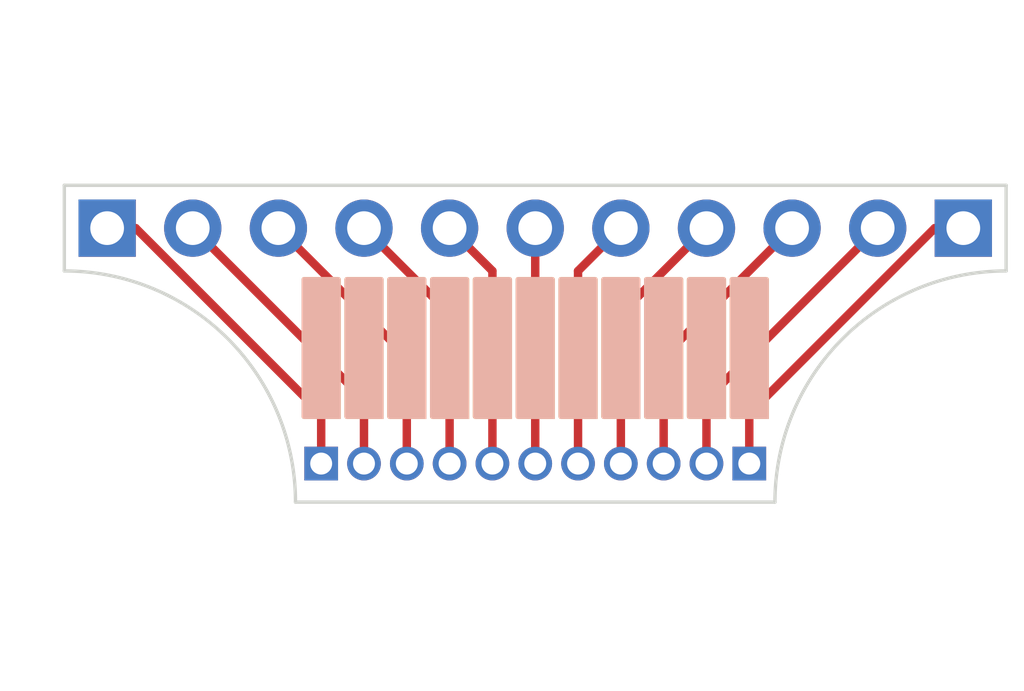
<source format=kicad_pcb>
(kicad_pcb (version 20171130) (host pcbnew "(5.0.0-3-g5ebb6b6)")

  (general
    (thickness 1.6)
    (drawings 28)
    (tracks 23)
    (zones 0)
    (modules 2)
    (nets 12)
  )

  (page A4)
  (layers
    (0 F.Cu signal)
    (31 B.Cu signal)
    (32 B.Adhes user)
    (33 F.Adhes user)
    (34 B.Paste user)
    (35 F.Paste user)
    (36 B.SilkS user)
    (37 F.SilkS user)
    (38 B.Mask user)
    (39 F.Mask user)
    (40 Dwgs.User user)
    (41 Cmts.User user)
    (42 Eco1.User user)
    (43 Eco2.User user)
    (44 Edge.Cuts user)
    (45 Margin user)
    (46 B.CrtYd user)
    (47 F.CrtYd user)
    (48 B.Fab user)
    (49 F.Fab user)
  )

  (setup
    (last_trace_width 0.25)
    (trace_clearance 0.2)
    (zone_clearance 0.508)
    (zone_45_only no)
    (trace_min 0.2)
    (segment_width 0.2)
    (edge_width 0.1)
    (via_size 0.8)
    (via_drill 0.4)
    (via_min_size 0.4)
    (via_min_drill 0.3)
    (uvia_size 0.3)
    (uvia_drill 0.1)
    (uvias_allowed no)
    (uvia_min_size 0.2)
    (uvia_min_drill 0.1)
    (pcb_text_width 0.3)
    (pcb_text_size 1.5 1.5)
    (mod_edge_width 0.15)
    (mod_text_size 1 1)
    (mod_text_width 0.15)
    (pad_size 1.7 1.7)
    (pad_drill 1)
    (pad_to_mask_clearance 0.0508)
    (aux_axis_origin 0 0)
    (visible_elements FFFFFF7F)
    (pcbplotparams
      (layerselection 0x010fc_ffffffff)
      (usegerberextensions false)
      (usegerberattributes false)
      (usegerberadvancedattributes false)
      (creategerberjobfile false)
      (excludeedgelayer true)
      (linewidth 0.100000)
      (plotframeref false)
      (viasonmask false)
      (mode 1)
      (useauxorigin false)
      (hpglpennumber 1)
      (hpglpenspeed 20)
      (hpglpendiameter 15.000000)
      (psnegative false)
      (psa4output false)
      (plotreference true)
      (plotvalue true)
      (plotinvisibletext false)
      (padsonsilk false)
      (subtractmaskfromsilk false)
      (outputformat 1)
      (mirror false)
      (drillshape 1)
      (scaleselection 1)
      (outputdirectory ""))
  )

  (net 0 "")
  (net 1 "Net-(J1-Pad1)")
  (net 2 "Net-(J1-Pad2)")
  (net 3 "Net-(J1-Pad3)")
  (net 4 "Net-(J1-Pad4)")
  (net 5 "Net-(J1-Pad5)")
  (net 6 "Net-(J1-Pad6)")
  (net 7 "Net-(J1-Pad7)")
  (net 8 "Net-(J1-Pad8)")
  (net 9 "Net-(J1-Pad9)")
  (net 10 "Net-(J1-Pad10)")
  (net 11 "Net-(J1-Pad11)")

  (net_class Default "This is the default net class."
    (clearance 0.2)
    (trace_width 0.25)
    (via_dia 0.8)
    (via_drill 0.4)
    (uvia_dia 0.3)
    (uvia_drill 0.1)
    (add_net "Net-(J1-Pad1)")
    (add_net "Net-(J1-Pad10)")
    (add_net "Net-(J1-Pad11)")
    (add_net "Net-(J1-Pad2)")
    (add_net "Net-(J1-Pad3)")
    (add_net "Net-(J1-Pad4)")
    (add_net "Net-(J1-Pad5)")
    (add_net "Net-(J1-Pad6)")
    (add_net "Net-(J1-Pad7)")
    (add_net "Net-(J1-Pad8)")
    (add_net "Net-(J1-Pad9)")
  )

  (module Connector_PinHeader_1.27mm:PinHeader_1x11_P1.27mm_Vertical (layer F.Cu) (tedit 5B94CFF7) (tstamp 5BAB0C98)
    (at 153.67 90.805 270)
    (descr "Through hole straight pin header, 1x11, 1.27mm pitch, single row")
    (tags "Through hole pin header THT 1x11 1.27mm single row")
    (path /5B94CACD)
    (fp_text reference J1 (at 0 -1.695 270) (layer F.SilkS) hide
      (effects (font (size 1 1) (thickness 0.15)))
    )
    (fp_text value Conn_01x11_Male (at 0 14.395 270) (layer F.Fab)
      (effects (font (size 1 1) (thickness 0.15)))
    )
    (fp_line (start -0.525 -0.635) (end 1.05 -0.635) (layer F.Fab) (width 0.1))
    (fp_line (start 1.05 -0.635) (end 1.05 13.335) (layer F.Fab) (width 0.1))
    (fp_line (start 1.05 13.335) (end -1.05 13.335) (layer F.Fab) (width 0.1))
    (fp_line (start -1.05 13.335) (end -1.05 -0.11) (layer F.Fab) (width 0.1))
    (fp_line (start -1.05 -0.11) (end -0.525 -0.635) (layer F.Fab) (width 0.1))
    (fp_line (start -1.55 -1.15) (end -1.55 13.85) (layer F.CrtYd) (width 0.05))
    (fp_line (start -1.55 13.85) (end 1.55 13.85) (layer F.CrtYd) (width 0.05))
    (fp_line (start 1.55 13.85) (end 1.55 -1.15) (layer F.CrtYd) (width 0.05))
    (fp_line (start 1.55 -1.15) (end -1.55 -1.15) (layer F.CrtYd) (width 0.05))
    (fp_text user %R (at 0 6.35) (layer F.Fab)
      (effects (font (size 1 1) (thickness 0.15)))
    )
    (pad 1 thru_hole rect (at 0 0 270) (size 1 1) (drill 0.65) (layers *.Cu *.Mask)
      (net 1 "Net-(J1-Pad1)"))
    (pad 2 thru_hole oval (at 0 1.27 270) (size 1 1) (drill 0.65) (layers *.Cu *.Mask)
      (net 2 "Net-(J1-Pad2)"))
    (pad 3 thru_hole oval (at 0 2.54 270) (size 1 1) (drill 0.65) (layers *.Cu *.Mask)
      (net 3 "Net-(J1-Pad3)"))
    (pad 4 thru_hole oval (at 0 3.81 270) (size 1 1) (drill 0.65) (layers *.Cu *.Mask)
      (net 4 "Net-(J1-Pad4)"))
    (pad 5 thru_hole oval (at 0 5.08 270) (size 1 1) (drill 0.65) (layers *.Cu *.Mask)
      (net 5 "Net-(J1-Pad5)"))
    (pad 6 thru_hole oval (at 0 6.35 270) (size 1 1) (drill 0.65) (layers *.Cu *.Mask)
      (net 6 "Net-(J1-Pad6)"))
    (pad 7 thru_hole oval (at 0 7.62 270) (size 1 1) (drill 0.65) (layers *.Cu *.Mask)
      (net 7 "Net-(J1-Pad7)"))
    (pad 8 thru_hole oval (at 0 8.89 270) (size 1 1) (drill 0.65) (layers *.Cu *.Mask)
      (net 8 "Net-(J1-Pad8)"))
    (pad 9 thru_hole oval (at 0 10.16 270) (size 1 1) (drill 0.65) (layers *.Cu *.Mask)
      (net 9 "Net-(J1-Pad9)"))
    (pad 10 thru_hole oval (at 0 11.43 270) (size 1 1) (drill 0.65) (layers *.Cu *.Mask)
      (net 10 "Net-(J1-Pad10)"))
    (pad 11 thru_hole rect (at 0 12.7 270) (size 1 1) (drill 0.65) (layers *.Cu *.Mask)
      (net 11 "Net-(J1-Pad11)"))
    (model ${KISYS3DMOD}/Connector_PinHeader_1.27mm.3dshapes/PinHeader_1x11_P1.27mm_Vertical.wrl
      (at (xyz 0 0 0))
      (scale (xyz 1 1 1))
      (rotate (xyz 0 0 0))
    )
  )

  (module Connector_PinHeader_2.54mm:PinHeader_1x11_P2.54mm_Vertical (layer F.Cu) (tedit 5B94CFB7) (tstamp 5BAB0CB7)
    (at 160.02 83.82 270)
    (descr "Through hole straight pin header, 1x11, 2.54mm pitch, single row")
    (tags "Through hole pin header THT 1x11 2.54mm single row")
    (path /5B94CB04)
    (fp_text reference J2 (at 0 -2.33 270) (layer F.SilkS) hide
      (effects (font (size 1 1) (thickness 0.15)))
    )
    (fp_text value Conn_01x11_Male (at 0 27.73 270) (layer F.Fab)
      (effects (font (size 1 1) (thickness 0.15)))
    )
    (fp_line (start -0.635 -1.27) (end 1.27 -1.27) (layer F.Fab) (width 0.1))
    (fp_line (start 1.27 -1.27) (end 1.27 26.67) (layer F.Fab) (width 0.1))
    (fp_line (start 1.27 26.67) (end -1.27 26.67) (layer F.Fab) (width 0.1))
    (fp_line (start -1.27 26.67) (end -1.27 -0.635) (layer F.Fab) (width 0.1))
    (fp_line (start -1.27 -0.635) (end -0.635 -1.27) (layer F.Fab) (width 0.1))
    (fp_line (start -1.8 -1.8) (end -1.8 27.2) (layer F.CrtYd) (width 0.05))
    (fp_line (start -1.8 27.2) (end 1.8 27.2) (layer F.CrtYd) (width 0.05))
    (fp_line (start 1.8 27.2) (end 1.8 -1.8) (layer F.CrtYd) (width 0.05))
    (fp_line (start 1.8 -1.8) (end -1.8 -1.8) (layer F.CrtYd) (width 0.05))
    (fp_text user %R (at 0 12.7) (layer F.Fab)
      (effects (font (size 1 1) (thickness 0.15)))
    )
    (pad 1 thru_hole rect (at 0 0 270) (size 1.7 1.7) (drill 1) (layers *.Cu *.Mask)
      (net 1 "Net-(J1-Pad1)"))
    (pad 2 thru_hole oval (at 0 2.54 270) (size 1.7 1.7) (drill 1) (layers *.Cu *.Mask)
      (net 2 "Net-(J1-Pad2)"))
    (pad 3 thru_hole oval (at 0 5.08 270) (size 1.7 1.7) (drill 1) (layers *.Cu *.Mask)
      (net 3 "Net-(J1-Pad3)"))
    (pad 4 thru_hole oval (at 0 7.62 270) (size 1.7 1.7) (drill 1) (layers *.Cu *.Mask)
      (net 4 "Net-(J1-Pad4)"))
    (pad 5 thru_hole oval (at 0 10.16 270) (size 1.7 1.7) (drill 1) (layers *.Cu *.Mask)
      (net 5 "Net-(J1-Pad5)"))
    (pad 6 thru_hole oval (at 0 12.7 270) (size 1.7 1.7) (drill 1) (layers *.Cu *.Mask)
      (net 6 "Net-(J1-Pad6)"))
    (pad 7 thru_hole oval (at 0 15.24 270) (size 1.7 1.7) (drill 1) (layers *.Cu *.Mask)
      (net 7 "Net-(J1-Pad7)"))
    (pad 8 thru_hole oval (at 0 17.78 270) (size 1.7 1.7) (drill 1) (layers *.Cu *.Mask)
      (net 8 "Net-(J1-Pad8)"))
    (pad 9 thru_hole oval (at 0 20.32 270) (size 1.7 1.7) (drill 1) (layers *.Cu *.Mask)
      (net 9 "Net-(J1-Pad9)"))
    (pad 10 thru_hole oval (at 0 22.86 270) (size 1.7 1.7) (drill 1) (layers *.Cu *.Mask)
      (net 10 "Net-(J1-Pad10)"))
    (pad 11 thru_hole rect (at 0 25.4 270) (size 1.7 1.7) (drill 1) (layers *.Cu *.Mask)
      (net 11 "Net-(J1-Pad11)"))
    (model ${KISYS3DMOD}/Connector_PinHeader_2.54mm.3dshapes/PinHeader_1x11_P2.54mm_Vertical.wrl
      (at (xyz 0 0 0))
      (scale (xyz 1 1 1))
      (rotate (xyz 0 0 0))
    )
  )

  (gr_arc (start 161.29 91.948) (end 161.29 85.09) (angle -90) (layer Edge.Cuts) (width 0.1))
  (gr_arc (start 133.35 91.948) (end 140.208 91.948) (angle -90) (layer Edge.Cuts) (width 0.1))
  (gr_poly (pts (xy 153.162 89.408) (xy 154.178 89.408) (xy 154.178 85.344) (xy 153.162 85.344)) (layer B.SilkS) (width 0.15) (tstamp 5BAB1A56))
  (gr_poly (pts (xy 151.892 89.408) (xy 152.908 89.408) (xy 152.908 85.344) (xy 151.892 85.344)) (layer B.SilkS) (width 0.15) (tstamp 5BAB1A55))
  (gr_poly (pts (xy 150.622 89.408) (xy 151.638 89.408) (xy 151.638 85.344) (xy 150.622 85.344)) (layer B.SilkS) (width 0.15) (tstamp 5BAB1A54))
  (gr_poly (pts (xy 149.352 89.408) (xy 150.368 89.408) (xy 150.368 85.344) (xy 149.352 85.344)) (layer B.SilkS) (width 0.15) (tstamp 5BAB1A53))
  (gr_poly (pts (xy 148.082 89.408) (xy 149.098 89.408) (xy 149.098 85.344) (xy 148.082 85.344)) (layer B.SilkS) (width 0.15) (tstamp 5BAB1A52))
  (gr_poly (pts (xy 146.812 89.408) (xy 147.828 89.408) (xy 147.828 85.344) (xy 146.812 85.344)) (layer B.SilkS) (width 0.15) (tstamp 5BAB1A51))
  (gr_poly (pts (xy 145.542 89.408) (xy 146.558 89.408) (xy 146.558 85.344) (xy 145.542 85.344)) (layer B.SilkS) (width 0.15) (tstamp 5BAB1A50))
  (gr_poly (pts (xy 144.272 89.408) (xy 145.288 89.408) (xy 145.288 85.344) (xy 144.272 85.344)) (layer B.SilkS) (width 0.15) (tstamp 5BAB1A4F))
  (gr_poly (pts (xy 143.002 89.408) (xy 144.018 89.408) (xy 144.018 85.344) (xy 143.002 85.344)) (layer B.SilkS) (width 0.15) (tstamp 5BAB1A4E))
  (gr_poly (pts (xy 141.732 89.408) (xy 142.748 89.408) (xy 142.748 85.344) (xy 141.732 85.344)) (layer B.SilkS) (width 0.15) (tstamp 5BAB1A4D))
  (gr_poly (pts (xy 140.462 89.408) (xy 141.478 89.408) (xy 141.478 85.344) (xy 140.462 85.344)) (layer B.SilkS) (width 0.15) (tstamp 5BAB1A47))
  (gr_poly (pts (xy 153.162 89.408) (xy 154.178 89.408) (xy 154.178 85.344) (xy 153.162 85.344)) (layer F.SilkS) (width 0.15) (tstamp 5BAB1A44))
  (gr_poly (pts (xy 151.892 89.408) (xy 152.908 89.408) (xy 152.908 85.344) (xy 151.892 85.344)) (layer F.SilkS) (width 0.15) (tstamp 5BAB1A43))
  (gr_poly (pts (xy 150.622 89.408) (xy 151.638 89.408) (xy 151.638 85.344) (xy 150.622 85.344)) (layer F.SilkS) (width 0.15) (tstamp 5BAB1A42))
  (gr_poly (pts (xy 149.352 89.408) (xy 150.368 89.408) (xy 150.368 85.344) (xy 149.352 85.344)) (layer F.SilkS) (width 0.15) (tstamp 5BAB1A41))
  (gr_poly (pts (xy 148.082 89.408) (xy 149.098 89.408) (xy 149.098 85.344) (xy 148.082 85.344)) (layer F.SilkS) (width 0.15) (tstamp 5BAB1A40))
  (gr_poly (pts (xy 146.812 89.408) (xy 147.828 89.408) (xy 147.828 85.344) (xy 146.812 85.344)) (layer F.SilkS) (width 0.15) (tstamp 5BAB1A3F))
  (gr_poly (pts (xy 145.542 89.408) (xy 146.558 89.408) (xy 146.558 85.344) (xy 145.542 85.344)) (layer F.SilkS) (width 0.15) (tstamp 5BAB1A3E))
  (gr_poly (pts (xy 144.272 89.408) (xy 145.288 89.408) (xy 145.288 85.344) (xy 144.272 85.344)) (layer F.SilkS) (width 0.15) (tstamp 5BAB1A3D))
  (gr_poly (pts (xy 143.002 89.408) (xy 144.018 89.408) (xy 144.018 85.344) (xy 143.002 85.344)) (layer F.SilkS) (width 0.15) (tstamp 5BAB1A3C))
  (gr_poly (pts (xy 141.732 89.408) (xy 142.748 89.408) (xy 142.748 85.344) (xy 141.732 85.344)) (layer F.SilkS) (width 0.15) (tstamp 5BAB1A3B))
  (gr_poly (pts (xy 140.462 89.408) (xy 141.478 89.408) (xy 141.478 85.344) (xy 140.462 85.344)) (layer F.SilkS) (width 0.15))
  (gr_line (start 133.35 82.55) (end 133.35 85.09) (layer Edge.Cuts) (width 0.1))
  (gr_line (start 161.29 82.55) (end 133.35 82.55) (layer Edge.Cuts) (width 0.1))
  (gr_line (start 161.29 85.09) (end 161.29 82.55) (layer Edge.Cuts) (width 0.1))
  (gr_line (start 154.432 91.948) (end 140.208 91.948) (layer Edge.Cuts) (width 0.1))

  (segment (start 159.173379 83.82) (end 160.02 83.82) (width 0.25) (layer F.Cu) (net 1))
  (segment (start 153.67 89.323379) (end 159.173379 83.82) (width 0.25) (layer F.Cu) (net 1))
  (segment (start 153.67 90.805) (end 153.67 89.323379) (width 0.25) (layer F.Cu) (net 1))
  (segment (start 152.4 88.9) (end 157.48 83.82) (width 0.25) (layer F.Cu) (net 2))
  (segment (start 152.4 90.805) (end 152.4 88.9) (width 0.25) (layer F.Cu) (net 2))
  (segment (start 151.13 87.63) (end 154.94 83.82) (width 0.25) (layer F.Cu) (net 3))
  (segment (start 151.13 90.805) (end 151.13 87.63) (width 0.25) (layer F.Cu) (net 3))
  (segment (start 149.86 86.36) (end 152.4 83.82) (width 0.25) (layer F.Cu) (net 4))
  (segment (start 149.86 90.805) (end 149.86 86.36) (width 0.25) (layer F.Cu) (net 4))
  (segment (start 148.59 85.09) (end 149.86 83.82) (width 0.25) (layer F.Cu) (net 5))
  (segment (start 148.59 90.805) (end 148.59 85.09) (width 0.25) (layer F.Cu) (net 5))
  (segment (start 147.32 90.805) (end 147.32 83.82) (width 0.25) (layer F.Cu) (net 6))
  (segment (start 146.05 85.09) (end 144.78 83.82) (width 0.25) (layer F.Cu) (net 7))
  (segment (start 146.05 90.805) (end 146.05 85.09) (width 0.25) (layer F.Cu) (net 7))
  (segment (start 144.78 86.36) (end 142.24 83.82) (width 0.25) (layer F.Cu) (net 8))
  (segment (start 144.78 90.805) (end 144.78 86.36) (width 0.25) (layer F.Cu) (net 8))
  (segment (start 143.51 87.63) (end 139.7 83.82) (width 0.25) (layer F.Cu) (net 9))
  (segment (start 143.51 90.805) (end 143.51 87.63) (width 0.25) (layer F.Cu) (net 9))
  (segment (start 142.24 88.9) (end 137.16 83.82) (width 0.25) (layer F.Cu) (net 10))
  (segment (start 142.24 90.805) (end 142.24 88.9) (width 0.25) (layer F.Cu) (net 10))
  (segment (start 135.46662 83.82) (end 134.62 83.82) (width 0.25) (layer F.Cu) (net 11))
  (segment (start 140.97 89.32338) (end 135.46662 83.82) (width 0.25) (layer F.Cu) (net 11))
  (segment (start 140.97 90.805) (end 140.97 89.32338) (width 0.25) (layer F.Cu) (net 11))

)

</source>
